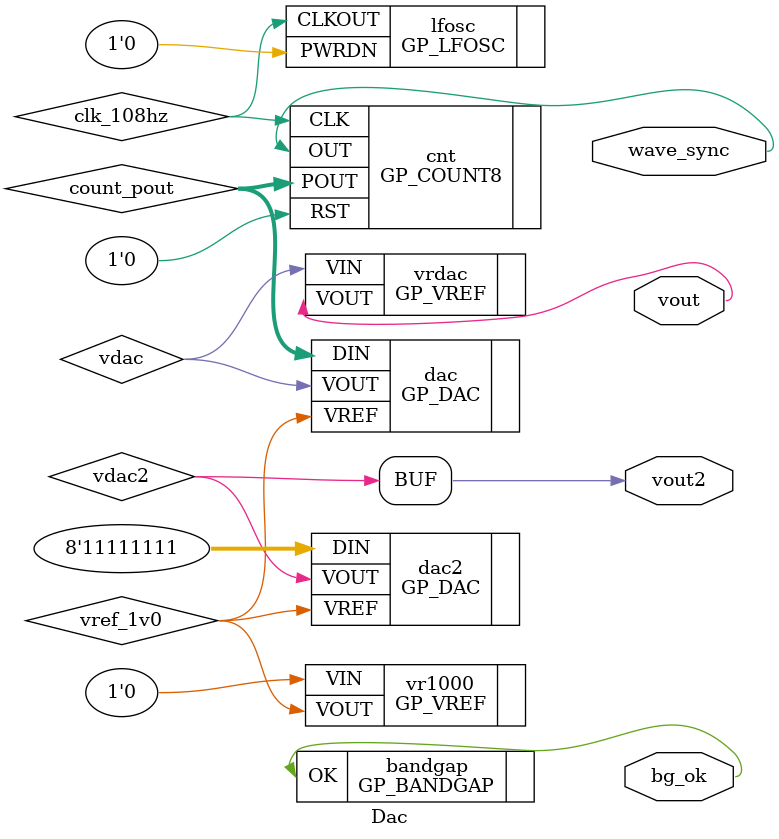
<source format=v>
/***********************************************************************************************************************
 * Copyright (C) 2017 Andrew Zonenberg and contributors                                                                *
 *                                                                                                                     *
 * This program is free software; you can redistribute it and/or modify it under the terms of the GNU Lesser General   *
 * Public License as published by the Free Software Foundation; either version 2.1 of the License, or (at your option) *
 * any later version.                                                                                                  *
 *                                                                                                                     *
 * This program is distributed in the hope that it will be useful, but WITHOUT ANY WARRANTY; without even the implied  *
 * warranty of MERCHANTABILITY or FITNESS FOR A PARTICULAR PURPOSE.  See the GNU Lesser General Public License for     *
 * more details.                                                                                                       *
 *                                                                                                                     *
 * You should have received a copy of the GNU Lesser General Public License along with this program; if not, you may   *
 * find one here:                                                                                                      *
 * https://www.gnu.org/licenses/old-licenses/lgpl-2.1.txt                                                              *
 * or you may search the http://www.gnu.org website for the version 2.1 license, or you may write to the Free Software *
 * Foundation, Inc., 51 Franklin Street, Fifth Floor, Boston, MA  02110-1301, USA                                      *
 **********************************************************************************************************************/

`default_nettype none

/**
	OUTPUTS:
		Bandgap OK on pin 20 (should be high after reset)
		DAC output on pin 19 (sweeping TBD)
		DAC output on pin 18 (constant 1V)

	TEST PROCEDURE:
		TODO
 */
module Dac(bg_ok, vout, vout2, wave_sync);

	////////////////////////////////////////////////////////////////////////////////////////////////////////////////////
	// I/O declarations

	(* LOC = "P20" *)
	output wire bg_ok;

	(* LOC = "P18" *)
	(* IBUF_TYPE = "ANALOG" *)
	output wire vout;

	(* LOC = "P19" *)
	(* IBUF_TYPE = "ANALOG" *)
	output wire vout2;

	(* LOC = "P17" *)
	output wire wave_sync;

	////////////////////////////////////////////////////////////////////////////////////////////////////////////////////
	// System reset stuff

	//Power-on reset
	wire por_done;
	GP_POR #(
		.POR_TIME(500)
	) por (
		.RST_DONE(por_done)
	);

	////////////////////////////////////////////////////////////////////////////////////////////////////////////////////
	// Oscillators

	//The 1730 Hz oscillator
	wire clk_108hz;
	GP_LFOSC #(
		.PWRDN_EN(0),
		.AUTO_PWRDN(0),
		.OUT_DIV(16)
	) lfosc (
		.PWRDN(1'b0),
		.CLKOUT(clk_108hz)
	);

	////////////////////////////////////////////////////////////////////////////////////////////////////////////////////
	// 1.0V voltage reference for the DAC

	//Configure the bandgap with default timing etc
	GP_BANDGAP #(
		.AUTO_PWRDN(0),
		.CHOPPER_EN(1),
		.OUT_DELAY(550)
	) bandgap (
		.OK(bg_ok)
	);

	//1.0V reference for the DAC
	wire vref_1v0;
	GP_VREF #(
		.VIN_DIV(4'd1),
		.VREF(16'd1000)
	) vr1000 (
		.VIN(1'b0),
		.VOUT(vref_1v0)
	);

	////////////////////////////////////////////////////////////////////////////////////////////////////////////////////
	// A counter running off the 108 Hz clock

	localparam COUNT_MAX = 255;

	//TODO: support for inference of counters with parallel output
	/*
	(* LOC = "COUNT8_6" *)
	(* COUNT_EXTRACT = "FORCE" *)
	reg[7:0] count = COUNT_MAX;
	always @(posedge clk_108hz) begin
		if(count == 0)
			count <= COUNT_MAX;
		else
			count <= count - 1'd1;
	end

	//Counter overflow signal to LED
	assign wave_sync = (count == 0);
	*/

	//Explicitly instantiated counter b/c we don't yet have inference support when using POUT
	wire[7:0] count_pout;
	GP_COUNT8 #(
		.CLKIN_DIVIDE(1),
		.COUNT_TO(COUNT_MAX),
		.RESET_MODE("RISING")
	) cnt (
		.CLK(clk_108hz),
		.RST(1'b0),
		.OUT(wave_sync),
		.POUT(count_pout)
	);

	////////////////////////////////////////////////////////////////////////////////////////////////////////////////////
	// DAC driving the voltage reference

	wire vdac;
	(* LOC = "DAC_1" *)
	GP_DAC dac(
		.DIN(count_pout),
		.VOUT(vdac),
		.VREF(vref_1v0)
	);

	wire vdac2;
	(* LOC = "DAC_0" *)
	GP_DAC dac2(
		.DIN(8'hff),
		.VOUT(vdac2),
		.VREF(vref_1v0)
	);

	////////////////////////////////////////////////////////////////////////////////////////////////////////////////////
	// Drive one pin with the DAC output directly, no vref

	//assign vout = vdac;
	assign vout2 = vdac2;

	////////////////////////////////////////////////////////////////////////////////////////////////////////////////////
	// Drive the other via a buffered reference

	GP_VREF #(
		.VIN_DIV(4'd1),
		.VREF(16'd00)
	) vrdac (
		.VIN(vdac),
		.VOUT(vout)
	);


endmodule

</source>
